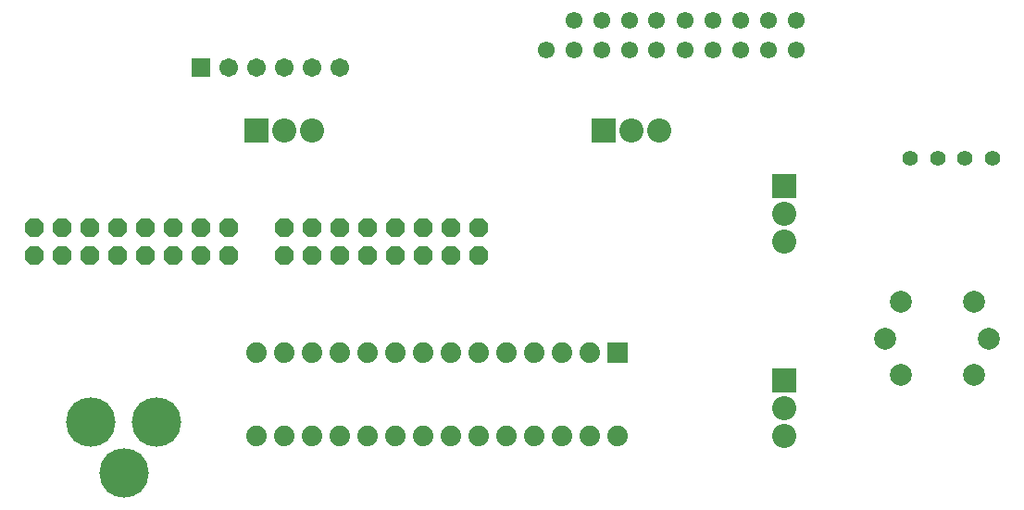
<source format=gbr>
G04 EAGLE Gerber X2 export*
%TF.Part,Single*%
%TF.FileFunction,Soldermask,Bot,1*%
%TF.FilePolarity,Negative*%
%TF.GenerationSoftware,Autodesk,EAGLE,8.6.3*%
%TF.CreationDate,2018-03-15T12:54:08Z*%
G75*
%MOMM*%
%FSLAX34Y34*%
%LPD*%
%AMOC8*
5,1,8,0,0,1.08239X$1,22.5*%
G01*
%ADD10C,4.521200*%
%ADD11P,1.869504X8X22.500000*%
%ADD12P,1.869504X8X202.500000*%
%ADD13R,2.213200X2.213200*%
%ADD14C,2.213200*%
%ADD15C,1.403200*%
%ADD16C,1.553200*%
%ADD17C,1.703200*%
%ADD18R,1.703200X1.703200*%
%ADD19C,2.003200*%
%ADD20R,1.879600X1.879600*%
%ADD21C,1.879600*%


D10*
X162400Y88900D03*
X102400Y88900D03*
X132400Y41900D03*
D11*
X279400Y241300D03*
X279400Y266700D03*
X304800Y241300D03*
X304800Y266700D03*
X330200Y241300D03*
X330200Y266700D03*
X355600Y241300D03*
X355600Y266700D03*
X381000Y241300D03*
X381000Y266700D03*
X406400Y241300D03*
X406400Y266700D03*
X431800Y241300D03*
X431800Y266700D03*
X457200Y241300D03*
X457200Y266700D03*
D12*
X228600Y266700D03*
X228600Y241300D03*
X203200Y266700D03*
X203200Y241300D03*
X177800Y266700D03*
X177800Y241300D03*
X152400Y266700D03*
X152400Y241300D03*
X127000Y266700D03*
X127000Y241300D03*
X101600Y266700D03*
X101600Y241300D03*
X76200Y266700D03*
X76200Y241300D03*
X50800Y266700D03*
X50800Y241300D03*
D13*
X736600Y127000D03*
D14*
X736600Y101600D03*
X736600Y76200D03*
D13*
X736600Y304800D03*
D14*
X736600Y279400D03*
X736600Y254000D03*
D13*
X571500Y355600D03*
D14*
X596900Y355600D03*
X622300Y355600D03*
D13*
X254000Y355600D03*
D14*
X279400Y355600D03*
X304800Y355600D03*
D15*
X851500Y330200D03*
X876500Y330200D03*
X901500Y330200D03*
X926500Y330200D03*
D16*
X543800Y455700D03*
X569300Y455700D03*
X594800Y455700D03*
X619800Y455700D03*
X645300Y455700D03*
X670800Y455700D03*
X696300Y455700D03*
X721800Y455700D03*
X747300Y455700D03*
X747300Y429200D03*
X721800Y429200D03*
X696300Y429200D03*
X670800Y429200D03*
X645300Y429200D03*
X619800Y429200D03*
X594800Y429200D03*
X569300Y429200D03*
X543800Y429200D03*
X518800Y429200D03*
D17*
X228600Y412750D03*
D18*
X203200Y412750D03*
D17*
X254000Y412750D03*
X279400Y412750D03*
X304800Y412750D03*
X330200Y412750D03*
D19*
X842700Y198700D03*
X842700Y131500D03*
X909900Y131500D03*
X909900Y198700D03*
X828800Y165100D03*
X923800Y165100D03*
D20*
X584200Y152400D03*
D21*
X558800Y152400D03*
X533400Y152400D03*
X508000Y152400D03*
X482600Y152400D03*
X457200Y152400D03*
X431800Y152400D03*
X406400Y152400D03*
X381000Y152400D03*
X355600Y152400D03*
X330200Y152400D03*
X304800Y152400D03*
X279400Y152400D03*
X254000Y152400D03*
X254000Y76200D03*
X279400Y76200D03*
X304800Y76200D03*
X330200Y76200D03*
X355600Y76200D03*
X381000Y76200D03*
X406400Y76200D03*
X431800Y76200D03*
X457200Y76200D03*
X482600Y76200D03*
X508000Y76200D03*
X533400Y76200D03*
X558800Y76200D03*
X584200Y76200D03*
M02*

</source>
